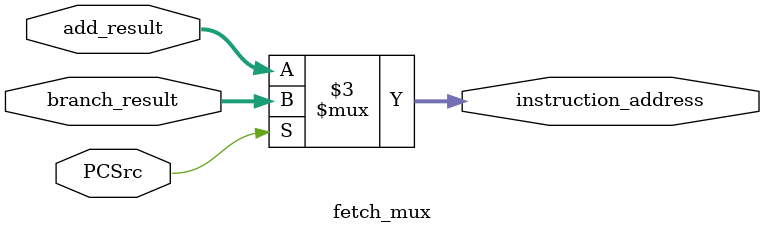
<source format=v>
`timescale 1ns / 1ps
module fetch_mux(add_result, branch_result, PCSrc, instruction_address);

	input [31:0] add_result, branch_result;
	input PCSrc;
	
	output reg [31:0] instruction_address;
	
	always @(*)
	begin
	
		if (PCSrc)
		begin
			instruction_address <= branch_result;
		end
		
		else
		begin
			instruction_address <= add_result;
		end
	
	end


endmodule

</source>
